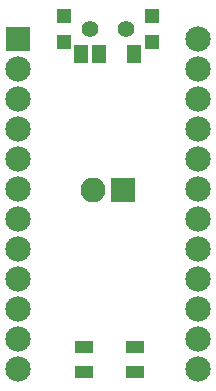
<source format=gbr>
G04 #@! TF.GenerationSoftware,KiCad,Pcbnew,(5.0.0)*
G04 #@! TF.CreationDate,2020-05-09T16:41:49-06:00*
G04 #@! TF.ProjectId,BatteryPack,426174746572795061636B2E6B696361,rev?*
G04 #@! TF.SameCoordinates,Original*
G04 #@! TF.FileFunction,Soldermask,Top*
G04 #@! TF.FilePolarity,Negative*
%FSLAX46Y46*%
G04 Gerber Fmt 4.6, Leading zero omitted, Abs format (unit mm)*
G04 Created by KiCad (PCBNEW (5.0.0)) date 05/09/20 16:41:49*
%MOMM*%
%LPD*%
G01*
G04 APERTURE LIST*
%ADD10R,1.600000X1.050000*%
%ADD11R,2.152600X2.152600*%
%ADD12C,2.152600*%
%ADD13C,1.400000*%
%ADD14R,1.300000X1.650000*%
%ADD15R,1.300000X1.300000*%
%ADD16R,2.100000X2.100000*%
%ADD17O,2.100000X2.100000*%
G04 APERTURE END LIST*
D10*
G04 #@! TO.C,SW1*
X126247000Y-90111000D03*
X130547000Y-90111000D03*
X126247000Y-92261000D03*
X130547000Y-92261000D03*
G04 #@! TD*
D11*
G04 #@! TO.C,U1*
X120650000Y-64060000D03*
D12*
X120650000Y-66600000D03*
X120650000Y-69140000D03*
X120650000Y-71680000D03*
X120650000Y-74220000D03*
X120650000Y-76760000D03*
X120650000Y-79300000D03*
X120650000Y-81840000D03*
X120650000Y-84380000D03*
X120650000Y-86920000D03*
X120650000Y-89460000D03*
X120650000Y-92000000D03*
X135890000Y-92000000D03*
X135890000Y-89460000D03*
X135890000Y-86920000D03*
X135890000Y-84380000D03*
X135890000Y-81840000D03*
X135890000Y-79300000D03*
X135890000Y-76760000D03*
X135890000Y-74220000D03*
X135890000Y-71680000D03*
X135890000Y-69140000D03*
X135890000Y-66600000D03*
X135890000Y-64060000D03*
G04 #@! TD*
D13*
G04 #@! TO.C,SW2*
X129770000Y-63246000D03*
X126770000Y-63246000D03*
D14*
X127520000Y-65321000D03*
X126020000Y-65321000D03*
X130520000Y-65321000D03*
D15*
X131970000Y-62146000D03*
X131970000Y-64346000D03*
X124570000Y-64346000D03*
X124570000Y-62146000D03*
G04 #@! TD*
D16*
G04 #@! TO.C,J1*
X129540001Y-76835000D03*
D17*
X127000001Y-76835000D03*
G04 #@! TD*
M02*

</source>
